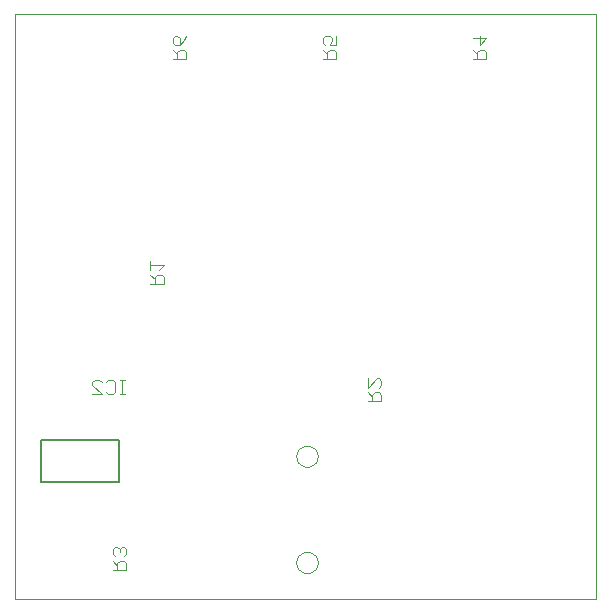
<source format=gbo>
G75*
%MOIN*%
%OFA0B0*%
%FSLAX24Y24*%
%IPPOS*%
%LPD*%
%AMOC8*
5,1,8,0,0,1.08239X$1,22.5*
%
%ADD10C,0.0000*%
%ADD11C,0.0040*%
%ADD12C,0.0080*%
D10*
X002107Y000113D02*
X002107Y019609D01*
X021477Y019609D01*
X021477Y000113D01*
X002107Y000113D01*
X011502Y001343D02*
X011504Y001380D01*
X011510Y001417D01*
X011519Y001453D01*
X011533Y001487D01*
X011550Y001520D01*
X011570Y001552D01*
X011593Y001581D01*
X011619Y001607D01*
X011648Y001630D01*
X011679Y001650D01*
X011713Y001667D01*
X011747Y001681D01*
X011783Y001690D01*
X011820Y001696D01*
X011857Y001698D01*
X011894Y001696D01*
X011931Y001690D01*
X011967Y001681D01*
X012001Y001667D01*
X012034Y001650D01*
X012066Y001630D01*
X012095Y001607D01*
X012121Y001581D01*
X012144Y001552D01*
X012164Y001521D01*
X012181Y001487D01*
X012195Y001453D01*
X012204Y001417D01*
X012210Y001380D01*
X012212Y001343D01*
X012210Y001306D01*
X012204Y001269D01*
X012195Y001233D01*
X012181Y001199D01*
X012164Y001166D01*
X012144Y001134D01*
X012121Y001105D01*
X012095Y001079D01*
X012066Y001056D01*
X012035Y001036D01*
X012001Y001019D01*
X011967Y001005D01*
X011931Y000996D01*
X011894Y000990D01*
X011857Y000988D01*
X011820Y000990D01*
X011783Y000996D01*
X011747Y001005D01*
X011713Y001019D01*
X011680Y001036D01*
X011648Y001056D01*
X011619Y001079D01*
X011593Y001105D01*
X011570Y001134D01*
X011550Y001165D01*
X011533Y001199D01*
X011519Y001233D01*
X011510Y001269D01*
X011504Y001306D01*
X011502Y001343D01*
X011502Y004883D02*
X011504Y004920D01*
X011510Y004957D01*
X011519Y004993D01*
X011533Y005027D01*
X011550Y005060D01*
X011570Y005092D01*
X011593Y005121D01*
X011619Y005147D01*
X011648Y005170D01*
X011679Y005190D01*
X011713Y005207D01*
X011747Y005221D01*
X011783Y005230D01*
X011820Y005236D01*
X011857Y005238D01*
X011894Y005236D01*
X011931Y005230D01*
X011967Y005221D01*
X012001Y005207D01*
X012034Y005190D01*
X012066Y005170D01*
X012095Y005147D01*
X012121Y005121D01*
X012144Y005092D01*
X012164Y005061D01*
X012181Y005027D01*
X012195Y004993D01*
X012204Y004957D01*
X012210Y004920D01*
X012212Y004883D01*
X012210Y004846D01*
X012204Y004809D01*
X012195Y004773D01*
X012181Y004739D01*
X012164Y004706D01*
X012144Y004674D01*
X012121Y004645D01*
X012095Y004619D01*
X012066Y004596D01*
X012035Y004576D01*
X012001Y004559D01*
X011967Y004545D01*
X011931Y004536D01*
X011894Y004530D01*
X011857Y004528D01*
X011820Y004530D01*
X011783Y004536D01*
X011747Y004545D01*
X011713Y004559D01*
X011680Y004576D01*
X011648Y004596D01*
X011619Y004619D01*
X011593Y004645D01*
X011570Y004674D01*
X011550Y004705D01*
X011533Y004739D01*
X011519Y004773D01*
X011510Y004809D01*
X011504Y004846D01*
X011502Y004883D01*
D11*
X013877Y006712D02*
X014338Y006712D01*
X014338Y006942D01*
X014261Y007019D01*
X014107Y007019D01*
X014031Y006942D01*
X014031Y006712D01*
X014031Y006865D02*
X013877Y007019D01*
X013877Y007172D02*
X014184Y007479D01*
X014261Y007479D01*
X014338Y007402D01*
X014338Y007249D01*
X014261Y007172D01*
X013877Y007172D02*
X013877Y007479D01*
X007088Y010633D02*
X007088Y010863D01*
X007011Y010939D01*
X006857Y010939D01*
X006781Y010863D01*
X006781Y010633D01*
X006781Y010786D02*
X006627Y010939D01*
X006627Y011093D02*
X006627Y011400D01*
X006627Y011246D02*
X007088Y011246D01*
X006934Y011093D01*
X007088Y010633D02*
X006627Y010633D01*
X005775Y007425D02*
X005621Y007425D01*
X005698Y007425D02*
X005698Y006965D01*
X005775Y006965D02*
X005621Y006965D01*
X005468Y007042D02*
X005391Y006965D01*
X005238Y006965D01*
X005161Y007042D01*
X005007Y006965D02*
X004701Y007272D01*
X004701Y007349D01*
X004777Y007425D01*
X004931Y007425D01*
X005007Y007349D01*
X005161Y007349D02*
X005238Y007425D01*
X005391Y007425D01*
X005468Y007349D01*
X005468Y007042D01*
X005007Y006965D02*
X004701Y006965D01*
X005454Y001854D02*
X005377Y001777D01*
X005377Y001624D01*
X005454Y001547D01*
X005377Y001394D02*
X005531Y001240D01*
X005531Y001317D02*
X005531Y001087D01*
X005377Y001087D02*
X005838Y001087D01*
X005838Y001317D01*
X005761Y001394D01*
X005607Y001394D01*
X005531Y001317D01*
X005761Y001547D02*
X005838Y001624D01*
X005838Y001777D01*
X005761Y001854D01*
X005684Y001854D01*
X005607Y001777D01*
X005531Y001854D01*
X005454Y001854D01*
X005607Y001777D02*
X005607Y001701D01*
X007377Y018133D02*
X007838Y018133D01*
X007838Y018363D01*
X007761Y018439D01*
X007607Y018439D01*
X007531Y018363D01*
X007531Y018133D01*
X007531Y018286D02*
X007377Y018439D01*
X007454Y018593D02*
X007377Y018670D01*
X007377Y018823D01*
X007454Y018900D01*
X007531Y018900D01*
X007607Y018823D01*
X007607Y018593D01*
X007454Y018593D01*
X007607Y018593D02*
X007761Y018746D01*
X007838Y018900D01*
X012377Y018823D02*
X012377Y018670D01*
X012454Y018593D01*
X012607Y018593D02*
X012684Y018746D01*
X012684Y018823D01*
X012607Y018900D01*
X012454Y018900D01*
X012377Y018823D01*
X012607Y018593D02*
X012838Y018593D01*
X012838Y018900D01*
X012761Y018439D02*
X012607Y018439D01*
X012531Y018363D01*
X012531Y018133D01*
X012531Y018286D02*
X012377Y018439D01*
X012377Y018133D02*
X012838Y018133D01*
X012838Y018363D01*
X012761Y018439D01*
X017377Y018439D02*
X017531Y018286D01*
X017531Y018363D02*
X017531Y018133D01*
X017377Y018133D02*
X017838Y018133D01*
X017838Y018363D01*
X017761Y018439D01*
X017607Y018439D01*
X017531Y018363D01*
X017607Y018593D02*
X017607Y018900D01*
X017377Y018823D02*
X017838Y018823D01*
X017607Y018593D01*
D12*
X005585Y005438D02*
X003005Y005438D01*
X003005Y004038D01*
X005585Y004038D01*
X005585Y005438D01*
M02*

</source>
